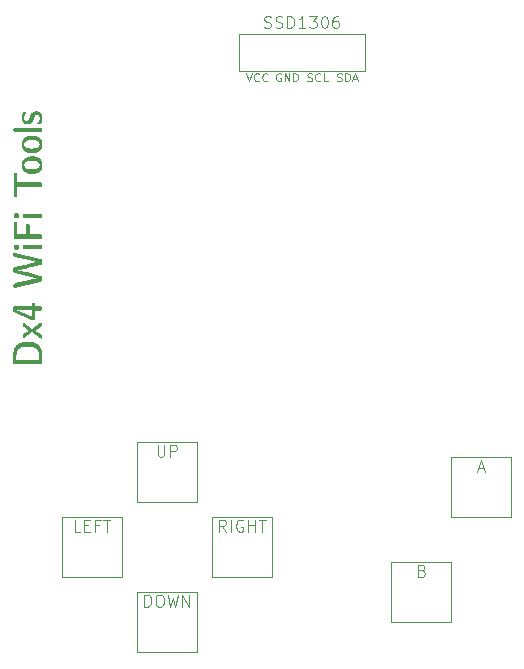
<source format=gbr>
%TF.GenerationSoftware,KiCad,Pcbnew,7.0.9+dfsg-1*%
%TF.CreationDate,2023-12-18T20:04:21+07:00*%
%TF.ProjectId,wifi,77696669-2e6b-4696-9361-645f70636258,rev?*%
%TF.SameCoordinates,Original*%
%TF.FileFunction,Legend,Top*%
%TF.FilePolarity,Positive*%
%FSLAX46Y46*%
G04 Gerber Fmt 4.6, Leading zero omitted, Abs format (unit mm)*
G04 Created by KiCad (PCBNEW 7.0.9+dfsg-1) date 2023-12-18 20:04:21*
%MOMM*%
%LPD*%
G01*
G04 APERTURE LIST*
%ADD10C,0.150000*%
%ADD11C,0.100000*%
G04 APERTURE END LIST*
D10*
G36*
X122871990Y-105734893D02*
G01*
X122902682Y-105735435D01*
X122933324Y-105736360D01*
X122963903Y-105737686D01*
X122994404Y-105739432D01*
X123024815Y-105741616D01*
X123055119Y-105744255D01*
X123085305Y-105747368D01*
X123115357Y-105750973D01*
X123145262Y-105755088D01*
X123175006Y-105759731D01*
X123204575Y-105764920D01*
X123233954Y-105770674D01*
X123263131Y-105777011D01*
X123292090Y-105783948D01*
X123320818Y-105791503D01*
X123349301Y-105799696D01*
X123377525Y-105808543D01*
X123405476Y-105818064D01*
X123433140Y-105828276D01*
X123460503Y-105839197D01*
X123487551Y-105850845D01*
X123514270Y-105863239D01*
X123540646Y-105876397D01*
X123566666Y-105890336D01*
X123592314Y-105905075D01*
X123617578Y-105920633D01*
X123642442Y-105937026D01*
X123666894Y-105954273D01*
X123690920Y-105972393D01*
X123714504Y-105991403D01*
X123737634Y-106011322D01*
X123758203Y-106029648D01*
X123777903Y-106048544D01*
X123796747Y-106067982D01*
X123814750Y-106087934D01*
X123831927Y-106108373D01*
X123848290Y-106129270D01*
X123863856Y-106150599D01*
X123878636Y-106172331D01*
X123892647Y-106194439D01*
X123905902Y-106216895D01*
X123918415Y-106239671D01*
X123930200Y-106262739D01*
X123941273Y-106286073D01*
X123951646Y-106309643D01*
X123961334Y-106333422D01*
X123970351Y-106357383D01*
X123978712Y-106381498D01*
X123986431Y-106405740D01*
X123993522Y-106430079D01*
X123999998Y-106454489D01*
X124005875Y-106478942D01*
X124011166Y-106503410D01*
X124015886Y-106527866D01*
X124020049Y-106552282D01*
X124023669Y-106576629D01*
X124026760Y-106600881D01*
X124031413Y-106648987D01*
X124034122Y-106696377D01*
X124035000Y-106742829D01*
X124035000Y-107509141D01*
X124034039Y-107542231D01*
X124030983Y-107570615D01*
X124023200Y-107601687D01*
X124010617Y-107625707D01*
X123992616Y-107643427D01*
X123968584Y-107655598D01*
X123937904Y-107662971D01*
X123910161Y-107665804D01*
X123878073Y-107666678D01*
X121769647Y-107666678D01*
X121736698Y-107665716D01*
X121708400Y-107662657D01*
X121677372Y-107654860D01*
X121653334Y-107642244D01*
X121635558Y-107624186D01*
X121623313Y-107600064D01*
X121615870Y-107569255D01*
X121612999Y-107541385D01*
X121612110Y-107509141D01*
X121612110Y-107250244D01*
X121874672Y-107250244D01*
X123773049Y-107250244D01*
X123773049Y-106858234D01*
X123771168Y-106793995D01*
X123765650Y-106733769D01*
X123756684Y-106677428D01*
X123744457Y-106624841D01*
X123729157Y-106575880D01*
X123710972Y-106530414D01*
X123690089Y-106488314D01*
X123666698Y-106449452D01*
X123640986Y-106413696D01*
X123613141Y-106380918D01*
X123583351Y-106350989D01*
X123551803Y-106323779D01*
X123518686Y-106299158D01*
X123484188Y-106276997D01*
X123448496Y-106257166D01*
X123411799Y-106239536D01*
X123374284Y-106223978D01*
X123336140Y-106210362D01*
X123297554Y-106198559D01*
X123258714Y-106188439D01*
X123219809Y-106179872D01*
X123181025Y-106172729D01*
X123142552Y-106166882D01*
X123104577Y-106162199D01*
X123067288Y-106158552D01*
X123030874Y-106155812D01*
X122995521Y-106153848D01*
X122961417Y-106152532D01*
X122928752Y-106151734D01*
X122897713Y-106151324D01*
X122868487Y-106151173D01*
X122841263Y-106151151D01*
X122813616Y-106151173D01*
X122783818Y-106151324D01*
X122752066Y-106151737D01*
X122718560Y-106152539D01*
X122683498Y-106153862D01*
X122647079Y-106155836D01*
X122609502Y-106158591D01*
X122570964Y-106162256D01*
X122531665Y-106166963D01*
X122491804Y-106172841D01*
X122451579Y-106180021D01*
X122411189Y-106188632D01*
X122370832Y-106198804D01*
X122330708Y-106210669D01*
X122291014Y-106224356D01*
X122251950Y-106239994D01*
X122213715Y-106257715D01*
X122176506Y-106277649D01*
X122140523Y-106299924D01*
X122105964Y-106324673D01*
X122073028Y-106352024D01*
X122041914Y-106382109D01*
X122012820Y-106415056D01*
X121985945Y-106450997D01*
X121961488Y-106490061D01*
X121939647Y-106532379D01*
X121920621Y-106578080D01*
X121904609Y-106627296D01*
X121891809Y-106680155D01*
X121882421Y-106736788D01*
X121876642Y-106797326D01*
X121874672Y-106861898D01*
X121874672Y-107250244D01*
X121612110Y-107250244D01*
X121612110Y-106746493D01*
X121612451Y-106717932D01*
X121613476Y-106689394D01*
X121615191Y-106660902D01*
X121617600Y-106632480D01*
X121620708Y-106604150D01*
X121624520Y-106575936D01*
X121629040Y-106547861D01*
X121634274Y-106519948D01*
X121640226Y-106492220D01*
X121646901Y-106464701D01*
X121654303Y-106437412D01*
X121662439Y-106410379D01*
X121671312Y-106383623D01*
X121680927Y-106357168D01*
X121691290Y-106331037D01*
X121702404Y-106305253D01*
X121714275Y-106279839D01*
X121726907Y-106254819D01*
X121740306Y-106230216D01*
X121754476Y-106206052D01*
X121769422Y-106182351D01*
X121785149Y-106159136D01*
X121801661Y-106136430D01*
X121818963Y-106114257D01*
X121837061Y-106092639D01*
X121855958Y-106071600D01*
X121875661Y-106051162D01*
X121896173Y-106031349D01*
X121917499Y-106012184D01*
X121939645Y-105993691D01*
X121962614Y-105975892D01*
X121986413Y-105958810D01*
X122007176Y-105944629D01*
X122028253Y-105930936D01*
X122049652Y-105917728D01*
X122071380Y-105905002D01*
X122093443Y-105892757D01*
X122115849Y-105880990D01*
X122138603Y-105869699D01*
X122161714Y-105858880D01*
X122185188Y-105848532D01*
X122209032Y-105838652D01*
X122233253Y-105829237D01*
X122257858Y-105820285D01*
X122282854Y-105811794D01*
X122308248Y-105803762D01*
X122334047Y-105796185D01*
X122360257Y-105789061D01*
X122386886Y-105782388D01*
X122413940Y-105776163D01*
X122441427Y-105770385D01*
X122469353Y-105765049D01*
X122497725Y-105760155D01*
X122526551Y-105755699D01*
X122555837Y-105751679D01*
X122585590Y-105748093D01*
X122615817Y-105744938D01*
X122646525Y-105742211D01*
X122677721Y-105739911D01*
X122709412Y-105738035D01*
X122741605Y-105736579D01*
X122774306Y-105735543D01*
X122807523Y-105734923D01*
X122841263Y-105734717D01*
X122871990Y-105734893D01*
G37*
G36*
X123966001Y-104103175D02*
G01*
X123940617Y-104107893D01*
X123917511Y-104120961D01*
X123903108Y-104131263D01*
X123186866Y-104649668D01*
X122529242Y-104187438D01*
X122508426Y-104173077D01*
X122485809Y-104162298D01*
X122466960Y-104159351D01*
X122437701Y-104163904D01*
X122414396Y-104179521D01*
X122401234Y-104203068D01*
X122395318Y-104231212D01*
X122393831Y-104255772D01*
X122393688Y-104274755D01*
X122393688Y-104359019D01*
X122393999Y-104383681D01*
X122395657Y-104411109D01*
X122400482Y-104438381D01*
X122411691Y-104464031D01*
X122430524Y-104485930D01*
X122453349Y-104504345D01*
X122470624Y-104516556D01*
X122901713Y-104799877D01*
X122466960Y-105097243D01*
X122443610Y-105113941D01*
X122422261Y-105132504D01*
X122407435Y-105154177D01*
X122399490Y-105178222D01*
X122395688Y-105203457D01*
X122393900Y-105235629D01*
X122393688Y-105254780D01*
X122393688Y-105339043D01*
X122394146Y-105367833D01*
X122396515Y-105392273D01*
X122404124Y-105419255D01*
X122419534Y-105440529D01*
X122445497Y-105452763D01*
X122463297Y-105454448D01*
X122487415Y-105449927D01*
X122510669Y-105438365D01*
X122529242Y-105426360D01*
X123186866Y-104950697D01*
X123896392Y-105447732D01*
X123918927Y-105462426D01*
X123941500Y-105472308D01*
X123966001Y-105475819D01*
X123993554Y-105471453D01*
X124015499Y-105456334D01*
X124027893Y-105433222D01*
X124033464Y-105405062D01*
X124034865Y-105379866D01*
X124035000Y-105359804D01*
X124035000Y-105276151D01*
X124034844Y-105249146D01*
X124033234Y-105219948D01*
X124028352Y-105194719D01*
X124018384Y-105172285D01*
X124001512Y-105151473D01*
X123981822Y-105135201D01*
X123955621Y-105118614D01*
X123416454Y-104799877D01*
X123958674Y-104464043D01*
X123980010Y-104449185D01*
X124000804Y-104431968D01*
X124018224Y-104410141D01*
X124028774Y-104383143D01*
X124033345Y-104353713D01*
X124034833Y-104323913D01*
X124035000Y-104306507D01*
X124035000Y-104222243D01*
X124034545Y-104193115D01*
X124032197Y-104168012D01*
X124024654Y-104140029D01*
X124009380Y-104117800D01*
X123983644Y-104104951D01*
X123966001Y-104103175D01*
G37*
G36*
X123343981Y-102467711D02*
G01*
X123375205Y-102472544D01*
X123400207Y-102481011D01*
X123425059Y-102497112D01*
X123441718Y-102517657D01*
X123451823Y-102541493D01*
X123457012Y-102567469D01*
X123458924Y-102594432D01*
X123459197Y-102621231D01*
X123459197Y-102747016D01*
X123882348Y-102747016D01*
X123913483Y-102747902D01*
X123940423Y-102750751D01*
X123970243Y-102758107D01*
X123993631Y-102770157D01*
X124011172Y-102787588D01*
X124023454Y-102811087D01*
X124031063Y-102841341D01*
X124034057Y-102868877D01*
X124035000Y-102900889D01*
X124035000Y-102960729D01*
X124033809Y-102995139D01*
X124030174Y-103024132D01*
X124021363Y-103055131D01*
X124007819Y-103078341D01*
X123989320Y-103094814D01*
X123965644Y-103105601D01*
X123936568Y-103111756D01*
X123911086Y-103113964D01*
X123882348Y-103114602D01*
X123459197Y-103114602D01*
X123459197Y-103789933D01*
X123457976Y-103824484D01*
X123454258Y-103853563D01*
X123445277Y-103884606D01*
X123431520Y-103907799D01*
X123412793Y-103924215D01*
X123388903Y-103934929D01*
X123359657Y-103941013D01*
X123334092Y-103943183D01*
X123305324Y-103943806D01*
X123241821Y-103943806D01*
X123231301Y-103943800D01*
X123202085Y-103943263D01*
X123174511Y-103939459D01*
X123150130Y-103930706D01*
X123126416Y-103919382D01*
X121696374Y-103230006D01*
X121675674Y-103219497D01*
X121653758Y-103206004D01*
X121634293Y-103188758D01*
X121620350Y-103165272D01*
X121614610Y-103141391D01*
X121612425Y-103111788D01*
X121612223Y-103093230D01*
X121927184Y-103093230D01*
X121936254Y-103094558D01*
X121961403Y-103100749D01*
X121985478Y-103108077D01*
X122013147Y-103117316D01*
X122043621Y-103128117D01*
X122076113Y-103140130D01*
X122109834Y-103153004D01*
X122132609Y-103161892D01*
X122166629Y-103175423D01*
X122199777Y-103188882D01*
X122231266Y-103201919D01*
X122268117Y-103217187D01*
X122305127Y-103232742D01*
X122342232Y-103248543D01*
X122379369Y-103264551D01*
X122416475Y-103280726D01*
X122453486Y-103297029D01*
X122490340Y-103313420D01*
X122526972Y-103329860D01*
X122563319Y-103346308D01*
X122599319Y-103362726D01*
X122634908Y-103379074D01*
X122670023Y-103395312D01*
X122704600Y-103411400D01*
X122738577Y-103427300D01*
X122771889Y-103442971D01*
X122804474Y-103458374D01*
X122836268Y-103473469D01*
X122867208Y-103488217D01*
X122897231Y-103502578D01*
X122926273Y-103516512D01*
X122954271Y-103529981D01*
X122981163Y-103542944D01*
X123006884Y-103555362D01*
X123031371Y-103567195D01*
X123076392Y-103588949D01*
X123115719Y-103607889D01*
X123148845Y-103623698D01*
X123175265Y-103636060D01*
X123175265Y-103093230D01*
X121927184Y-103093230D01*
X121612223Y-103093230D01*
X121612110Y-103082850D01*
X121612110Y-102900889D01*
X121613083Y-102868877D01*
X121616160Y-102841341D01*
X121623939Y-102811087D01*
X121636435Y-102787588D01*
X121654204Y-102770157D01*
X121677805Y-102758107D01*
X121707795Y-102750751D01*
X121734818Y-102747902D01*
X121765983Y-102747016D01*
X123175265Y-102747016D01*
X123175265Y-102621231D01*
X123175546Y-102593381D01*
X123177516Y-102565924D01*
X123182864Y-102539883D01*
X123193278Y-102516283D01*
X123210446Y-102496146D01*
X123236058Y-102480496D01*
X123261824Y-102472318D01*
X123294002Y-102467671D01*
X123319368Y-102466748D01*
X123343981Y-102467711D01*
G37*
G36*
X121703091Y-98188834D02*
G01*
X121673060Y-98192709D01*
X121650493Y-98203460D01*
X121631154Y-98224574D01*
X121619729Y-98251829D01*
X121614887Y-98276336D01*
X121612710Y-98301827D01*
X121612133Y-98326992D01*
X121612110Y-98339043D01*
X121612370Y-98369619D01*
X121614190Y-98400352D01*
X121619130Y-98430427D01*
X121628750Y-98459028D01*
X121644609Y-98485339D01*
X121661536Y-98503079D01*
X121683509Y-98518727D01*
X121711185Y-98531941D01*
X121745223Y-98542376D01*
X122893775Y-98815317D01*
X122936024Y-98825546D01*
X122981378Y-98836443D01*
X123029337Y-98847858D01*
X123054136Y-98853714D01*
X123079399Y-98859643D01*
X123105063Y-98865628D01*
X123131065Y-98871651D01*
X123157342Y-98877691D01*
X123183832Y-98883731D01*
X123210473Y-98889753D01*
X123237201Y-98895737D01*
X123263954Y-98901665D01*
X123290669Y-98907519D01*
X123317285Y-98913279D01*
X123343737Y-98918929D01*
X123369965Y-98924447D01*
X123395904Y-98929818D01*
X123421492Y-98935021D01*
X123446668Y-98940038D01*
X123471367Y-98944851D01*
X123495528Y-98949441D01*
X123541984Y-98957877D01*
X123585535Y-98965200D01*
X123625680Y-98971259D01*
X123661919Y-98975907D01*
X123661919Y-98979570D01*
X123622726Y-98985351D01*
X123581336Y-98992100D01*
X123537998Y-98999725D01*
X123492962Y-99008135D01*
X123446476Y-99017240D01*
X123398791Y-99026947D01*
X123374577Y-99031999D01*
X123350156Y-99037166D01*
X123325560Y-99042439D01*
X123300821Y-99047806D01*
X123275968Y-99053255D01*
X123251035Y-99058774D01*
X123226051Y-99064353D01*
X123201047Y-99069981D01*
X123176056Y-99075645D01*
X123151108Y-99081334D01*
X123126235Y-99087037D01*
X123101467Y-99092743D01*
X123076836Y-99098439D01*
X123052373Y-99104115D01*
X123028110Y-99109760D01*
X123004076Y-99115361D01*
X122956826Y-99126389D01*
X122910872Y-99137107D01*
X121748276Y-99413712D01*
X121724307Y-99420339D01*
X121693902Y-99432614D01*
X121669555Y-99447324D01*
X121650594Y-99464054D01*
X121632526Y-99488789D01*
X121621240Y-99515401D01*
X121615140Y-99542908D01*
X121612630Y-99570332D01*
X121612115Y-99596692D01*
X121612110Y-99603000D01*
X121612110Y-99753210D01*
X121612384Y-99781234D01*
X121614295Y-99809796D01*
X121619484Y-99838057D01*
X121629589Y-99865180D01*
X121646248Y-99890328D01*
X121664030Y-99907389D01*
X121687112Y-99922516D01*
X121716184Y-99935354D01*
X121751939Y-99945551D01*
X122757609Y-100183688D01*
X122791186Y-100191604D01*
X122825120Y-100199544D01*
X122859340Y-100207492D01*
X122893775Y-100215431D01*
X122928353Y-100223345D01*
X122963002Y-100231219D01*
X122997652Y-100239036D01*
X123032230Y-100246780D01*
X123066665Y-100254436D01*
X123100885Y-100261988D01*
X123134819Y-100269419D01*
X123168395Y-100276713D01*
X123201542Y-100283855D01*
X123234188Y-100290829D01*
X123266262Y-100297618D01*
X123297691Y-100304206D01*
X123328405Y-100310578D01*
X123358332Y-100316718D01*
X123387401Y-100322609D01*
X123415539Y-100328236D01*
X123442675Y-100333582D01*
X123468738Y-100338632D01*
X123493656Y-100343370D01*
X123539771Y-100351844D01*
X123580448Y-100358876D01*
X123615114Y-100364339D01*
X123643197Y-100368106D01*
X123654591Y-100369312D01*
X123654591Y-100372976D01*
X123621071Y-100376242D01*
X123584840Y-100380699D01*
X123546221Y-100386237D01*
X123505536Y-100392744D01*
X123463109Y-100400110D01*
X123419263Y-100408224D01*
X123374320Y-100416975D01*
X123328603Y-100426251D01*
X123282436Y-100435943D01*
X123236141Y-100445939D01*
X123190040Y-100456127D01*
X123144458Y-100466399D01*
X123099716Y-100476641D01*
X123056138Y-100486744D01*
X123014046Y-100496597D01*
X122973764Y-100506088D01*
X121745223Y-100796127D01*
X121711185Y-100806549D01*
X121683509Y-100819682D01*
X121661536Y-100835111D01*
X121639974Y-100858540D01*
X121625821Y-100884336D01*
X121617517Y-100911518D01*
X121613504Y-100939107D01*
X121612220Y-100966121D01*
X121612110Y-100985415D01*
X121612110Y-101058688D01*
X121612710Y-101088316D01*
X121615806Y-101116401D01*
X121623483Y-101144249D01*
X121637824Y-101168743D01*
X121660910Y-101186766D01*
X121687076Y-101194431D01*
X121703091Y-101195464D01*
X121727350Y-101191609D01*
X121751939Y-101185083D01*
X123899445Y-100666678D01*
X123923306Y-100660192D01*
X123953575Y-100648208D01*
X123977812Y-100633848D01*
X123996689Y-100617484D01*
X124014675Y-100593189D01*
X124025911Y-100566871D01*
X124031984Y-100539409D01*
X124034482Y-100511685D01*
X124034995Y-100484577D01*
X124035000Y-100478000D01*
X124035000Y-100327180D01*
X124034707Y-100298254D01*
X124032662Y-100269564D01*
X124027111Y-100241689D01*
X124016300Y-100215210D01*
X123998476Y-100190706D01*
X123979452Y-100173973D01*
X123954758Y-100158921D01*
X123923654Y-100145795D01*
X123898992Y-100138235D01*
X123885401Y-100134839D01*
X122750282Y-99865561D01*
X122714128Y-99856481D01*
X122681616Y-99848697D01*
X122641136Y-99839172D01*
X122593930Y-99828223D01*
X122568193Y-99822313D01*
X122541240Y-99816166D01*
X122513226Y-99809822D01*
X122484306Y-99803320D01*
X122454636Y-99796699D01*
X122424371Y-99789999D01*
X122393665Y-99783259D01*
X122362675Y-99776520D01*
X122331555Y-99769821D01*
X122300460Y-99763201D01*
X122269546Y-99756700D01*
X122238968Y-99750358D01*
X122208881Y-99744213D01*
X122179441Y-99738307D01*
X122150802Y-99732678D01*
X122123119Y-99727365D01*
X122096548Y-99722409D01*
X122071244Y-99717849D01*
X122025058Y-99710076D01*
X121985802Y-99704361D01*
X121985802Y-99700697D01*
X122025195Y-99694875D01*
X122067158Y-99688005D01*
X122111401Y-99680185D01*
X122157631Y-99671512D01*
X122205556Y-99662085D01*
X122230064Y-99657119D01*
X122254887Y-99652000D01*
X122279987Y-99646742D01*
X122305329Y-99641356D01*
X122330877Y-99635854D01*
X122356593Y-99630249D01*
X122382442Y-99624552D01*
X122408387Y-99618777D01*
X122434391Y-99612934D01*
X122460418Y-99607037D01*
X122486432Y-99601098D01*
X122512395Y-99595128D01*
X122538273Y-99589140D01*
X122564028Y-99583146D01*
X122589623Y-99577158D01*
X122615023Y-99571189D01*
X122640191Y-99565251D01*
X122665091Y-99559355D01*
X122689685Y-99553514D01*
X122713938Y-99547741D01*
X122737812Y-99542047D01*
X122761273Y-99536444D01*
X123892117Y-99266556D01*
X123917268Y-99259505D01*
X123949173Y-99247076D01*
X123974721Y-99232638D01*
X123994618Y-99216438D01*
X124013577Y-99192518D01*
X124025420Y-99166479D01*
X124031821Y-99138899D01*
X124034454Y-99110358D01*
X124034995Y-99081436D01*
X124035000Y-99074214D01*
X124035000Y-98906297D01*
X124034735Y-98879306D01*
X124032881Y-98851562D01*
X124027851Y-98823919D01*
X124018055Y-98797228D01*
X124001905Y-98772340D01*
X123977812Y-98750106D01*
X123953575Y-98735685D01*
X123923306Y-98723596D01*
X123899445Y-98717009D01*
X121751939Y-98199214D01*
X121727350Y-98192688D01*
X121703132Y-98188834D01*
X121703091Y-98188834D01*
G37*
G36*
X123882348Y-97546475D02*
G01*
X122546950Y-97546475D01*
X122518197Y-97547113D01*
X122492673Y-97549321D01*
X122463512Y-97555476D01*
X122439730Y-97566264D01*
X122421116Y-97582737D01*
X122407466Y-97605947D01*
X122398570Y-97636945D01*
X122394894Y-97665939D01*
X122393688Y-97700348D01*
X122393688Y-97766905D01*
X122394576Y-97799148D01*
X122397443Y-97827018D01*
X122404872Y-97857827D01*
X122417084Y-97881949D01*
X122434803Y-97900007D01*
X122458750Y-97912623D01*
X122489650Y-97920420D01*
X122517821Y-97923480D01*
X122550614Y-97924441D01*
X123878684Y-97924441D01*
X123910757Y-97923567D01*
X123938458Y-97920734D01*
X123969053Y-97913361D01*
X123992979Y-97901191D01*
X124010865Y-97883471D01*
X124023342Y-97859450D01*
X124031039Y-97828378D01*
X124034054Y-97799995D01*
X124035000Y-97766905D01*
X124035000Y-97700348D01*
X124034057Y-97668336D01*
X124031063Y-97640800D01*
X124023454Y-97610546D01*
X124011172Y-97587047D01*
X123993631Y-97569616D01*
X123970243Y-97557567D01*
X123940423Y-97550211D01*
X123913483Y-97547361D01*
X123882348Y-97546475D01*
G37*
G36*
X121916803Y-97518387D02*
G01*
X121832540Y-97518387D01*
X121797873Y-97519364D01*
X121768179Y-97522461D01*
X121743115Y-97527933D01*
X121716310Y-97539361D01*
X121696323Y-97556063D01*
X121682345Y-97578640D01*
X121673567Y-97607692D01*
X121669909Y-97634093D01*
X121668381Y-97664728D01*
X121668286Y-97675924D01*
X121668286Y-97791329D01*
X121669093Y-97822726D01*
X121671776Y-97850082D01*
X121678956Y-97880628D01*
X121691113Y-97904852D01*
X121709184Y-97923248D01*
X121734107Y-97936310D01*
X121757859Y-97942902D01*
X121786388Y-97946980D01*
X121820088Y-97948752D01*
X121832540Y-97948866D01*
X121916803Y-97948866D01*
X121949918Y-97947992D01*
X121978670Y-97945158D01*
X122003301Y-97940049D01*
X122030147Y-97929148D01*
X122050668Y-97912886D01*
X122065436Y-97890512D01*
X122075023Y-97861273D01*
X122079158Y-97834387D01*
X122080943Y-97802901D01*
X122081057Y-97791329D01*
X122081057Y-97675924D01*
X122080090Y-97643821D01*
X122076991Y-97616038D01*
X122069034Y-97585272D01*
X122056060Y-97561133D01*
X122037369Y-97543019D01*
X122012260Y-97530328D01*
X121980031Y-97522461D01*
X121950765Y-97519364D01*
X121916803Y-97518387D01*
G37*
G36*
X121780638Y-95605966D02*
G01*
X121754036Y-95606341D01*
X121729594Y-95607870D01*
X121700538Y-95612753D01*
X121675736Y-95622204D01*
X121655424Y-95637663D01*
X121639839Y-95660567D01*
X121631393Y-95683496D01*
X121625838Y-95712029D01*
X121623274Y-95746773D01*
X121623101Y-95759839D01*
X121623101Y-96911444D01*
X121623975Y-96943688D01*
X121626808Y-96971557D01*
X121634181Y-97002366D01*
X121646352Y-97026489D01*
X121664072Y-97044547D01*
X121688092Y-97057163D01*
X121719164Y-97064960D01*
X121747548Y-97068019D01*
X121780638Y-97068981D01*
X123879905Y-97068981D01*
X123911666Y-97068107D01*
X123939113Y-97065274D01*
X123969450Y-97057901D01*
X123993196Y-97045730D01*
X124010967Y-97028010D01*
X124023379Y-97003990D01*
X124031047Y-96972918D01*
X124034055Y-96944534D01*
X124035000Y-96911444D01*
X124035000Y-96796039D01*
X124034057Y-96763886D01*
X124031067Y-96736264D01*
X124023472Y-96705967D01*
X124011223Y-96682485D01*
X123993739Y-96665110D01*
X123970442Y-96653134D01*
X123940751Y-96645849D01*
X123913938Y-96643037D01*
X123882958Y-96642166D01*
X122979870Y-96642166D01*
X122979870Y-95896615D01*
X122979597Y-95869842D01*
X122977686Y-95842948D01*
X122972497Y-95817070D01*
X122962392Y-95793346D01*
X122945732Y-95772913D01*
X122920880Y-95756910D01*
X122895878Y-95748499D01*
X122864655Y-95743699D01*
X122840041Y-95742742D01*
X122814783Y-95743658D01*
X122782742Y-95748272D01*
X122757085Y-95756395D01*
X122731581Y-95771947D01*
X122714485Y-95791972D01*
X122704116Y-95815460D01*
X122698791Y-95841403D01*
X122696829Y-95868791D01*
X122696549Y-95896615D01*
X122696549Y-96642166D01*
X121927184Y-96642166D01*
X121927184Y-96502337D01*
X121938175Y-95784263D01*
X121938045Y-95753199D01*
X121937136Y-95724955D01*
X121934670Y-95699583D01*
X121927612Y-95670309D01*
X121914555Y-95646354D01*
X121893651Y-95627839D01*
X121863055Y-95614886D01*
X121832637Y-95608894D01*
X121794950Y-95606150D01*
X121780638Y-95605966D01*
G37*
G36*
X123882348Y-94893998D02*
G01*
X122546950Y-94893998D01*
X122518197Y-94894636D01*
X122492673Y-94896844D01*
X122463512Y-94902998D01*
X122439730Y-94913786D01*
X122421116Y-94930259D01*
X122407466Y-94953469D01*
X122398570Y-94984468D01*
X122394894Y-95013461D01*
X122393688Y-95047871D01*
X122393688Y-95114427D01*
X122394576Y-95146671D01*
X122397443Y-95174541D01*
X122404872Y-95205350D01*
X122417084Y-95229472D01*
X122434803Y-95247530D01*
X122458750Y-95260146D01*
X122489650Y-95267943D01*
X122517821Y-95271002D01*
X122550614Y-95271964D01*
X123878684Y-95271964D01*
X123910757Y-95271090D01*
X123938458Y-95268257D01*
X123969053Y-95260884D01*
X123992979Y-95248713D01*
X124010865Y-95230993D01*
X124023342Y-95206973D01*
X124031039Y-95175901D01*
X124034054Y-95147517D01*
X124035000Y-95114427D01*
X124035000Y-95047871D01*
X124034057Y-95015859D01*
X124031063Y-94988323D01*
X124023454Y-94958069D01*
X124011172Y-94934570D01*
X123993631Y-94917139D01*
X123970243Y-94905089D01*
X123940423Y-94897733D01*
X123913483Y-94894884D01*
X123882348Y-94893998D01*
G37*
G36*
X121916803Y-94865910D02*
G01*
X121832540Y-94865910D01*
X121797873Y-94866886D01*
X121768179Y-94869983D01*
X121743115Y-94875455D01*
X121716310Y-94886884D01*
X121696323Y-94903586D01*
X121682345Y-94926162D01*
X121673567Y-94955215D01*
X121669909Y-94981615D01*
X121668381Y-95012250D01*
X121668286Y-95023447D01*
X121668286Y-95138852D01*
X121669093Y-95170249D01*
X121671776Y-95197604D01*
X121678956Y-95228151D01*
X121691113Y-95252375D01*
X121709184Y-95270771D01*
X121734107Y-95283832D01*
X121757859Y-95290425D01*
X121786388Y-95294503D01*
X121820088Y-95296274D01*
X121832540Y-95296388D01*
X121916803Y-95296388D01*
X121949918Y-95295514D01*
X121978670Y-95292681D01*
X122003301Y-95287572D01*
X122030147Y-95276671D01*
X122050668Y-95260409D01*
X122065436Y-95238034D01*
X122075023Y-95208796D01*
X122079158Y-95181910D01*
X122080943Y-95150424D01*
X122081057Y-95138852D01*
X122081057Y-95023447D01*
X122080090Y-94991344D01*
X122076991Y-94963560D01*
X122069034Y-94932795D01*
X122056060Y-94908656D01*
X122037369Y-94890541D01*
X122012260Y-94877851D01*
X121980031Y-94869983D01*
X121950765Y-94866886D01*
X121916803Y-94865910D01*
G37*
G36*
X121791018Y-91459333D02*
G01*
X121764416Y-91459723D01*
X121739975Y-91461293D01*
X121710919Y-91466261D01*
X121686117Y-91475820D01*
X121665805Y-91491392D01*
X121650219Y-91514403D01*
X121641773Y-91537399D01*
X121636219Y-91565981D01*
X121633655Y-91600749D01*
X121633482Y-91613817D01*
X121633482Y-93314968D01*
X121634356Y-93347071D01*
X121637189Y-93374855D01*
X121644562Y-93405620D01*
X121656732Y-93429759D01*
X121674452Y-93447874D01*
X121698472Y-93460564D01*
X121729545Y-93468431D01*
X121757928Y-93471529D01*
X121791018Y-93472505D01*
X121826365Y-93471362D01*
X121856120Y-93467808D01*
X121880745Y-93461651D01*
X121906397Y-93449065D01*
X121924845Y-93431065D01*
X121937184Y-93407199D01*
X121944509Y-93377016D01*
X121947371Y-93349962D01*
X121948490Y-93318912D01*
X121948555Y-93307641D01*
X121938175Y-92677494D01*
X123878073Y-92677494D01*
X123910161Y-92676620D01*
X123937904Y-92673787D01*
X123968584Y-92666414D01*
X123992616Y-92654244D01*
X124010617Y-92636524D01*
X124023200Y-92612504D01*
X124030983Y-92581431D01*
X124034039Y-92553048D01*
X124035000Y-92519958D01*
X124035000Y-92404553D01*
X124034042Y-92372541D01*
X124031007Y-92345004D01*
X124023312Y-92314751D01*
X124010923Y-92291252D01*
X123993268Y-92273821D01*
X123969774Y-92261771D01*
X123939869Y-92254415D01*
X123912888Y-92251565D01*
X123881737Y-92250680D01*
X121938175Y-92250680D01*
X121948555Y-91620533D01*
X121947842Y-91588340D01*
X121945424Y-91560309D01*
X121940884Y-91536222D01*
X121930812Y-91509866D01*
X121915242Y-91489621D01*
X121893184Y-91474972D01*
X121863653Y-91465403D01*
X121836005Y-91461251D01*
X121803182Y-91459449D01*
X121791018Y-91459333D01*
G37*
G36*
X123231764Y-90047036D02*
G01*
X123261669Y-90047423D01*
X123294488Y-90048426D01*
X123329896Y-90050283D01*
X123367563Y-90053234D01*
X123407163Y-90057517D01*
X123448369Y-90063371D01*
X123490853Y-90071036D01*
X123534288Y-90080748D01*
X123578347Y-90092749D01*
X123622701Y-90107276D01*
X123667024Y-90124568D01*
X123710988Y-90144864D01*
X123732734Y-90156213D01*
X123754267Y-90168402D01*
X123775546Y-90181462D01*
X123796532Y-90195423D01*
X123817182Y-90210313D01*
X123837456Y-90226163D01*
X123857313Y-90243004D01*
X123889130Y-90273371D01*
X123917818Y-90305247D01*
X123943526Y-90338412D01*
X123966402Y-90372643D01*
X123986594Y-90407719D01*
X124004252Y-90443416D01*
X124019524Y-90479515D01*
X124032557Y-90515792D01*
X124043501Y-90552027D01*
X124052504Y-90587997D01*
X124059715Y-90623480D01*
X124065282Y-90658255D01*
X124069353Y-90692099D01*
X124072077Y-90724792D01*
X124073603Y-90756110D01*
X124074078Y-90785833D01*
X124072991Y-90831806D01*
X124069785Y-90876498D01*
X124064547Y-90919856D01*
X124057363Y-90961831D01*
X124048318Y-91002372D01*
X124037499Y-91041426D01*
X124024991Y-91078944D01*
X124010881Y-91114874D01*
X123995253Y-91149166D01*
X123978194Y-91181768D01*
X123959790Y-91212629D01*
X123940126Y-91241699D01*
X123919289Y-91268927D01*
X123897365Y-91294260D01*
X123874438Y-91317650D01*
X123850596Y-91339043D01*
X123812795Y-91367586D01*
X123774127Y-91393100D01*
X123734730Y-91415751D01*
X123694739Y-91435701D01*
X123654290Y-91453114D01*
X123613518Y-91468155D01*
X123572561Y-91480986D01*
X123531554Y-91491772D01*
X123490633Y-91500675D01*
X123449933Y-91507861D01*
X123409591Y-91513492D01*
X123369743Y-91517732D01*
X123330525Y-91520745D01*
X123292072Y-91522694D01*
X123254521Y-91523744D01*
X123218007Y-91524057D01*
X123176492Y-91523632D01*
X123134668Y-91522282D01*
X123092627Y-91519900D01*
X123050462Y-91516377D01*
X123008265Y-91511606D01*
X122966128Y-91505478D01*
X122924143Y-91497885D01*
X122882402Y-91488719D01*
X122840998Y-91477871D01*
X122800022Y-91465233D01*
X122759566Y-91450697D01*
X122719723Y-91434155D01*
X122680585Y-91415499D01*
X122642244Y-91394619D01*
X122604792Y-91371409D01*
X122568321Y-91345760D01*
X122534289Y-91318542D01*
X122503113Y-91289444D01*
X122474702Y-91258646D01*
X122448967Y-91226329D01*
X122425814Y-91192675D01*
X122405153Y-91157862D01*
X122386893Y-91122074D01*
X122370942Y-91085489D01*
X122357210Y-91048289D01*
X122345605Y-91010654D01*
X122336035Y-90972765D01*
X122328410Y-90934802D01*
X122322638Y-90896948D01*
X122318628Y-90859381D01*
X122316289Y-90822282D01*
X122315530Y-90785833D01*
X122539623Y-90785833D01*
X122540772Y-90817620D01*
X122544152Y-90847421D01*
X122549660Y-90875300D01*
X122557194Y-90901320D01*
X122566653Y-90925548D01*
X122577933Y-90948045D01*
X122605549Y-90988107D01*
X122639226Y-91022018D01*
X122678147Y-91050292D01*
X122699318Y-91062475D01*
X122721493Y-91073441D01*
X122744571Y-91083253D01*
X122768448Y-91091977D01*
X122793022Y-91099675D01*
X122818193Y-91106412D01*
X122843856Y-91112253D01*
X122869911Y-91117261D01*
X122896255Y-91121500D01*
X122922785Y-91125034D01*
X122949400Y-91127927D01*
X122975997Y-91130244D01*
X123002474Y-91132049D01*
X123028729Y-91133405D01*
X123054660Y-91134377D01*
X123080165Y-91135028D01*
X123129486Y-91135626D01*
X123175875Y-91135711D01*
X123222456Y-91135626D01*
X123247032Y-91135423D01*
X123272320Y-91135028D01*
X123298212Y-91134377D01*
X123324599Y-91133405D01*
X123351373Y-91132049D01*
X123378425Y-91130244D01*
X123405647Y-91127927D01*
X123432931Y-91125034D01*
X123460168Y-91121500D01*
X123487249Y-91117261D01*
X123514067Y-91112253D01*
X123540512Y-91106412D01*
X123566476Y-91099675D01*
X123591851Y-91091977D01*
X123616529Y-91083253D01*
X123640400Y-91073441D01*
X123663357Y-91062475D01*
X123685291Y-91050292D01*
X123706093Y-91036828D01*
X123725656Y-91022018D01*
X123760627Y-90988107D01*
X123775819Y-90968877D01*
X123789337Y-90948045D01*
X123801073Y-90925548D01*
X123810919Y-90901320D01*
X123818765Y-90875300D01*
X123824504Y-90847421D01*
X123828027Y-90817620D01*
X123829225Y-90785833D01*
X123828027Y-90754047D01*
X123824504Y-90724246D01*
X123818764Y-90696367D01*
X123810917Y-90670346D01*
X123801071Y-90646119D01*
X123789333Y-90623622D01*
X123775813Y-90602790D01*
X123760617Y-90583560D01*
X123725637Y-90549649D01*
X123706069Y-90534839D01*
X123685259Y-90521375D01*
X123663316Y-90509192D01*
X123640349Y-90498226D01*
X123616466Y-90488414D01*
X123591775Y-90479690D01*
X123566385Y-90471992D01*
X123540403Y-90465254D01*
X123513939Y-90459414D01*
X123487100Y-90454406D01*
X123459995Y-90450167D01*
X123432733Y-90446633D01*
X123405421Y-90443739D01*
X123378168Y-90441422D01*
X123351082Y-90439618D01*
X123324271Y-90438262D01*
X123297845Y-90437290D01*
X123271911Y-90436639D01*
X123246578Y-90436244D01*
X123221953Y-90436041D01*
X123175384Y-90435956D01*
X123153421Y-90435966D01*
X123105987Y-90436244D01*
X123081217Y-90436639D01*
X123055883Y-90437290D01*
X123030090Y-90438262D01*
X123003942Y-90439618D01*
X122977542Y-90441422D01*
X122950997Y-90443739D01*
X122924408Y-90446633D01*
X122897882Y-90450167D01*
X122871521Y-90454406D01*
X122845430Y-90459414D01*
X122819714Y-90465254D01*
X122794477Y-90471992D01*
X122769822Y-90479690D01*
X122745854Y-90488414D01*
X122722677Y-90498226D01*
X122700395Y-90509192D01*
X122658935Y-90534839D01*
X122622306Y-90565868D01*
X122591343Y-90602790D01*
X122578247Y-90623622D01*
X122566879Y-90646119D01*
X122557345Y-90670346D01*
X122549748Y-90696367D01*
X122544192Y-90724246D01*
X122540782Y-90754047D01*
X122539623Y-90785833D01*
X122315530Y-90785833D01*
X122316167Y-90751854D01*
X122318163Y-90716900D01*
X122321648Y-90681158D01*
X122326750Y-90644812D01*
X122333598Y-90608047D01*
X122342320Y-90571049D01*
X122353046Y-90534002D01*
X122365905Y-90497093D01*
X122381025Y-90460505D01*
X122398534Y-90424424D01*
X122418563Y-90389036D01*
X122441239Y-90354525D01*
X122466691Y-90321077D01*
X122495048Y-90288877D01*
X122526440Y-90258109D01*
X122560994Y-90228960D01*
X122580832Y-90213986D01*
X122601055Y-90199848D01*
X122642520Y-90173982D01*
X122685114Y-90151174D01*
X122728567Y-90131234D01*
X122772607Y-90113974D01*
X122816962Y-90099205D01*
X122861360Y-90086738D01*
X122905529Y-90076384D01*
X122949197Y-90067956D01*
X122992092Y-90061263D01*
X123033943Y-90056118D01*
X123074476Y-90052332D01*
X123113422Y-90049716D01*
X123150506Y-90048080D01*
X123185459Y-90047238D01*
X123218007Y-90046999D01*
X123231764Y-90047036D01*
G37*
G36*
X123231764Y-88293372D02*
G01*
X123261669Y-88293759D01*
X123294488Y-88294762D01*
X123329896Y-88296620D01*
X123367563Y-88299570D01*
X123407163Y-88303854D01*
X123448369Y-88309708D01*
X123490853Y-88317372D01*
X123534288Y-88327085D01*
X123578347Y-88339085D01*
X123622701Y-88353612D01*
X123667024Y-88370904D01*
X123710988Y-88391200D01*
X123732734Y-88402549D01*
X123754267Y-88414739D01*
X123775546Y-88427799D01*
X123796532Y-88441759D01*
X123817182Y-88456649D01*
X123837456Y-88472500D01*
X123857313Y-88489340D01*
X123889130Y-88519707D01*
X123917818Y-88551584D01*
X123943526Y-88584749D01*
X123966402Y-88618980D01*
X123986594Y-88654055D01*
X124004252Y-88689753D01*
X124019524Y-88725851D01*
X124032557Y-88762129D01*
X124043501Y-88798363D01*
X124052504Y-88834333D01*
X124059715Y-88869816D01*
X124065282Y-88904591D01*
X124069353Y-88938436D01*
X124072077Y-88971128D01*
X124073603Y-89002447D01*
X124074078Y-89032170D01*
X124072991Y-89078143D01*
X124069785Y-89122834D01*
X124064547Y-89166193D01*
X124057363Y-89208168D01*
X124048318Y-89248708D01*
X124037499Y-89287763D01*
X124024991Y-89325280D01*
X124010881Y-89361211D01*
X123995253Y-89395502D01*
X123978194Y-89428104D01*
X123959790Y-89458966D01*
X123940126Y-89488036D01*
X123919289Y-89515263D01*
X123897365Y-89540597D01*
X123874438Y-89563986D01*
X123850596Y-89585380D01*
X123812795Y-89613922D01*
X123774127Y-89639436D01*
X123734730Y-89662087D01*
X123694739Y-89682037D01*
X123654290Y-89699451D01*
X123613518Y-89714491D01*
X123572561Y-89727322D01*
X123531554Y-89738108D01*
X123490633Y-89747012D01*
X123449933Y-89754197D01*
X123409591Y-89759828D01*
X123369743Y-89764068D01*
X123330525Y-89767081D01*
X123292072Y-89769031D01*
X123254521Y-89770080D01*
X123218007Y-89770394D01*
X123176492Y-89769968D01*
X123134668Y-89768618D01*
X123092627Y-89766236D01*
X123050462Y-89762713D01*
X123008265Y-89757942D01*
X122966128Y-89751814D01*
X122924143Y-89744221D01*
X122882402Y-89735055D01*
X122840998Y-89724207D01*
X122800022Y-89711569D01*
X122759566Y-89697033D01*
X122719723Y-89680491D01*
X122680585Y-89661835D01*
X122642244Y-89640956D01*
X122604792Y-89617746D01*
X122568321Y-89592096D01*
X122534289Y-89564878D01*
X122503113Y-89535780D01*
X122474702Y-89504982D01*
X122448967Y-89472666D01*
X122425814Y-89439011D01*
X122405153Y-89404199D01*
X122386893Y-89368410D01*
X122370942Y-89331825D01*
X122357210Y-89294625D01*
X122345605Y-89256990D01*
X122336035Y-89219101D01*
X122328410Y-89181139D01*
X122322638Y-89143284D01*
X122318628Y-89105717D01*
X122316289Y-89068619D01*
X122315530Y-89032170D01*
X122539623Y-89032170D01*
X122540772Y-89063956D01*
X122544152Y-89093757D01*
X122549660Y-89121636D01*
X122557194Y-89147657D01*
X122566653Y-89171884D01*
X122577933Y-89194381D01*
X122605549Y-89234443D01*
X122639226Y-89268354D01*
X122678147Y-89296628D01*
X122699318Y-89308811D01*
X122721493Y-89319777D01*
X122744571Y-89329589D01*
X122768448Y-89338313D01*
X122793022Y-89346011D01*
X122818193Y-89352749D01*
X122843856Y-89358589D01*
X122869911Y-89363597D01*
X122896255Y-89367836D01*
X122922785Y-89371370D01*
X122949400Y-89374264D01*
X122975997Y-89376581D01*
X123002474Y-89378385D01*
X123028729Y-89379741D01*
X123054660Y-89380713D01*
X123080165Y-89381364D01*
X123129486Y-89381962D01*
X123175875Y-89382048D01*
X123222456Y-89381962D01*
X123247032Y-89381759D01*
X123272320Y-89381364D01*
X123298212Y-89380713D01*
X123324599Y-89379741D01*
X123351373Y-89378385D01*
X123378425Y-89376581D01*
X123405647Y-89374264D01*
X123432931Y-89371370D01*
X123460168Y-89367836D01*
X123487249Y-89363597D01*
X123514067Y-89358589D01*
X123540512Y-89352749D01*
X123566476Y-89346011D01*
X123591851Y-89338313D01*
X123616529Y-89329589D01*
X123640400Y-89319777D01*
X123663357Y-89308811D01*
X123685291Y-89296628D01*
X123706093Y-89283164D01*
X123725656Y-89268354D01*
X123760627Y-89234443D01*
X123775819Y-89215213D01*
X123789337Y-89194381D01*
X123801073Y-89171884D01*
X123810919Y-89147657D01*
X123818765Y-89121636D01*
X123824504Y-89093757D01*
X123828027Y-89063956D01*
X123829225Y-89032170D01*
X123828027Y-89000383D01*
X123824504Y-88970582D01*
X123818764Y-88942704D01*
X123810917Y-88916683D01*
X123801071Y-88892456D01*
X123789333Y-88869958D01*
X123775813Y-88849127D01*
X123760617Y-88829897D01*
X123725637Y-88795985D01*
X123706069Y-88781176D01*
X123685259Y-88767711D01*
X123663316Y-88755528D01*
X123640349Y-88744563D01*
X123616466Y-88734750D01*
X123591775Y-88726027D01*
X123566385Y-88718328D01*
X123540403Y-88711591D01*
X123513939Y-88705750D01*
X123487100Y-88700742D01*
X123459995Y-88696504D01*
X123432733Y-88692969D01*
X123405421Y-88690076D01*
X123378168Y-88687759D01*
X123351082Y-88685954D01*
X123324271Y-88684598D01*
X123297845Y-88683627D01*
X123271911Y-88682975D01*
X123246578Y-88682580D01*
X123221953Y-88682377D01*
X123175394Y-88682292D01*
X123153421Y-88682303D01*
X123105987Y-88682580D01*
X123081217Y-88682975D01*
X123055883Y-88683627D01*
X123030090Y-88684598D01*
X123003942Y-88685954D01*
X122977542Y-88687759D01*
X122950997Y-88690076D01*
X122924408Y-88692969D01*
X122897882Y-88696504D01*
X122871521Y-88700742D01*
X122845430Y-88705750D01*
X122819714Y-88711591D01*
X122794477Y-88718328D01*
X122769822Y-88726027D01*
X122745854Y-88734750D01*
X122722677Y-88744563D01*
X122700395Y-88755528D01*
X122658935Y-88781176D01*
X122622306Y-88812204D01*
X122591343Y-88849127D01*
X122578247Y-88869958D01*
X122566879Y-88892456D01*
X122557345Y-88916683D01*
X122549748Y-88942704D01*
X122544192Y-88970582D01*
X122540782Y-89000383D01*
X122539623Y-89032170D01*
X122315530Y-89032170D01*
X122316167Y-88998190D01*
X122318163Y-88963237D01*
X122321648Y-88927494D01*
X122326750Y-88891148D01*
X122333598Y-88854383D01*
X122342320Y-88817385D01*
X122353046Y-88780339D01*
X122365905Y-88743429D01*
X122381025Y-88706841D01*
X122398534Y-88670761D01*
X122418563Y-88635372D01*
X122441239Y-88600862D01*
X122466691Y-88567414D01*
X122495048Y-88535213D01*
X122526440Y-88504446D01*
X122560994Y-88475296D01*
X122580832Y-88460323D01*
X122601055Y-88446184D01*
X122642520Y-88420319D01*
X122685114Y-88397510D01*
X122728567Y-88377570D01*
X122772607Y-88360310D01*
X122816962Y-88345541D01*
X122861360Y-88333074D01*
X122905529Y-88322721D01*
X122949197Y-88314292D01*
X122992092Y-88307600D01*
X123033943Y-88302455D01*
X123074476Y-88298668D01*
X123113422Y-88296052D01*
X123150506Y-88294417D01*
X123185459Y-88293574D01*
X123218007Y-88293335D01*
X123231764Y-88293372D01*
G37*
G36*
X123881737Y-87630216D02*
G01*
X121765983Y-87630216D01*
X121737215Y-87630853D01*
X121711650Y-87633062D01*
X121682404Y-87639216D01*
X121658515Y-87650004D01*
X121639788Y-87666477D01*
X121626030Y-87689687D01*
X121617049Y-87720686D01*
X121613332Y-87749679D01*
X121612110Y-87784089D01*
X121612110Y-87850645D01*
X121612999Y-87882889D01*
X121615870Y-87910758D01*
X121623313Y-87941567D01*
X121635558Y-87965690D01*
X121653334Y-87983748D01*
X121677372Y-87996364D01*
X121708400Y-88004161D01*
X121736698Y-88007220D01*
X121769647Y-88008182D01*
X123878073Y-88008182D01*
X123910161Y-88007308D01*
X123937904Y-88004475D01*
X123968584Y-87997102D01*
X123992616Y-87984931D01*
X124010617Y-87967211D01*
X124023200Y-87943191D01*
X124030983Y-87912119D01*
X124034039Y-87883735D01*
X124035000Y-87850645D01*
X124035000Y-87784089D01*
X124034042Y-87752077D01*
X124031007Y-87724540D01*
X124023312Y-87694287D01*
X124010923Y-87670788D01*
X123993268Y-87653357D01*
X123969774Y-87641307D01*
X123939869Y-87633951D01*
X123912888Y-87631101D01*
X123881737Y-87630216D01*
G37*
G36*
X123536744Y-86239253D02*
G01*
X123511876Y-86239747D01*
X123487204Y-86241234D01*
X123462754Y-86243717D01*
X123438551Y-86247200D01*
X123402764Y-86254312D01*
X123367673Y-86263701D01*
X123333364Y-86275383D01*
X123299919Y-86289371D01*
X123267425Y-86305683D01*
X123235965Y-86324331D01*
X123215608Y-86338070D01*
X123195773Y-86352858D01*
X123176486Y-86368702D01*
X123152129Y-86391594D01*
X123130235Y-86414281D01*
X123110634Y-86436817D01*
X123093157Y-86459253D01*
X123077633Y-86481642D01*
X123063893Y-86504038D01*
X123051767Y-86526493D01*
X123041084Y-86549060D01*
X123031675Y-86571791D01*
X123019577Y-86606312D01*
X123009389Y-86641500D01*
X123003375Y-86665417D01*
X122997786Y-86689763D01*
X122992450Y-86714590D01*
X122987198Y-86739951D01*
X122980712Y-86768490D01*
X122974153Y-86796303D01*
X122967290Y-86823236D01*
X122959892Y-86849135D01*
X122951729Y-86873846D01*
X122942569Y-86897215D01*
X122926455Y-86929417D01*
X122906802Y-86957735D01*
X122882830Y-86981650D01*
X122853761Y-87000642D01*
X122831165Y-87010312D01*
X122805726Y-87017410D01*
X122777214Y-87021781D01*
X122745397Y-87023272D01*
X122716345Y-87022259D01*
X122689809Y-87019260D01*
X122665701Y-87014337D01*
X122633896Y-87003475D01*
X122607055Y-86988625D01*
X122584880Y-86969991D01*
X122567070Y-86947779D01*
X122553327Y-86922195D01*
X122543353Y-86893442D01*
X122536849Y-86861727D01*
X122533515Y-86827255D01*
X122532906Y-86802843D01*
X122534051Y-86762731D01*
X122537341Y-86725009D01*
X122542562Y-86689603D01*
X122549497Y-86656441D01*
X122557932Y-86625450D01*
X122567650Y-86596559D01*
X122578436Y-86569695D01*
X122590074Y-86544785D01*
X122602349Y-86521757D01*
X122615046Y-86500539D01*
X122634409Y-86471946D01*
X122653507Y-86447016D01*
X122671614Y-86425505D01*
X122688000Y-86407170D01*
X122702655Y-86386791D01*
X122706318Y-86368702D01*
X122698089Y-86344790D01*
X122674417Y-86333270D01*
X122647114Y-86326907D01*
X122622800Y-86322374D01*
X122608621Y-86319853D01*
X122580972Y-86312945D01*
X122555952Y-86307887D01*
X122529305Y-86302996D01*
X122504636Y-86298888D01*
X122480291Y-86295622D01*
X122476730Y-86295429D01*
X122452666Y-86300098D01*
X122435646Y-86320592D01*
X122422050Y-86345392D01*
X122410174Y-86368702D01*
X122395000Y-86399415D01*
X122380806Y-86430676D01*
X122367706Y-86462870D01*
X122355810Y-86496385D01*
X122345230Y-86531607D01*
X122338963Y-86556226D01*
X122333364Y-86581891D01*
X122328465Y-86608715D01*
X122324301Y-86636812D01*
X122320903Y-86666298D01*
X122318306Y-86697286D01*
X122316542Y-86729892D01*
X122315644Y-86764229D01*
X122315530Y-86782083D01*
X122320809Y-86822183D01*
X122327164Y-86864636D01*
X122335141Y-86908760D01*
X122345287Y-86953873D01*
X122358149Y-86999294D01*
X122374273Y-87044341D01*
X122394206Y-87088332D01*
X122418493Y-87130587D01*
X122432441Y-87150849D01*
X122447683Y-87170422D01*
X122464286Y-87189220D01*
X122482320Y-87207158D01*
X122501852Y-87224150D01*
X122522952Y-87240112D01*
X122545686Y-87254958D01*
X122570124Y-87268603D01*
X122596334Y-87280961D01*
X122624385Y-87291949D01*
X122654344Y-87301479D01*
X122686279Y-87309468D01*
X122720260Y-87315830D01*
X122756354Y-87320480D01*
X122794630Y-87323332D01*
X122835157Y-87324302D01*
X122872622Y-87323214D01*
X122908229Y-87320028D01*
X122942027Y-87314861D01*
X122974064Y-87307828D01*
X123004388Y-87299048D01*
X123033048Y-87288636D01*
X123060093Y-87276709D01*
X123085572Y-87263384D01*
X123109533Y-87248777D01*
X123132025Y-87233005D01*
X123153096Y-87216184D01*
X123172795Y-87198432D01*
X123191171Y-87179864D01*
X123208272Y-87160598D01*
X123224147Y-87140749D01*
X123238844Y-87120435D01*
X123252413Y-87099772D01*
X123276359Y-87057867D01*
X123296373Y-87015965D01*
X123312845Y-86975000D01*
X123326163Y-86935906D01*
X123336717Y-86899614D01*
X123344896Y-86867057D01*
X123351089Y-86839169D01*
X123353562Y-86827267D01*
X123359448Y-86801505D01*
X123365588Y-86775666D01*
X123372222Y-86749993D01*
X123379589Y-86724724D01*
X123387929Y-86700098D01*
X123397483Y-86676357D01*
X123408489Y-86653739D01*
X123421187Y-86632484D01*
X123435817Y-86612832D01*
X123452619Y-86595022D01*
X123471832Y-86579295D01*
X123493696Y-86565889D01*
X123518452Y-86555046D01*
X123546337Y-86547004D01*
X123577593Y-86542002D01*
X123612459Y-86540282D01*
X123650229Y-86541992D01*
X123683578Y-86546921D01*
X123712781Y-86554768D01*
X123738111Y-86565231D01*
X123759841Y-86578009D01*
X123786287Y-86600857D01*
X123806174Y-86627217D01*
X123820427Y-86656073D01*
X123829968Y-86686408D01*
X123835721Y-86717203D01*
X123838611Y-86747441D01*
X123839560Y-86776106D01*
X123839605Y-86785136D01*
X123838799Y-86816269D01*
X123836051Y-86850342D01*
X123830870Y-86886977D01*
X123825822Y-86912637D01*
X123819328Y-86939156D01*
X123811242Y-86966422D01*
X123801418Y-86994324D01*
X123789711Y-87022750D01*
X123775976Y-87051588D01*
X123760065Y-87080725D01*
X123741834Y-87110051D01*
X123721136Y-87139454D01*
X123697826Y-87168821D01*
X123671758Y-87198041D01*
X123657644Y-87212561D01*
X123639436Y-87231740D01*
X123625173Y-87252263D01*
X123622840Y-87268126D01*
X123631938Y-87292739D01*
X123654009Y-87305048D01*
X123664972Y-87306594D01*
X123693505Y-87314246D01*
X123722502Y-87320360D01*
X123747480Y-87325283D01*
X123773497Y-87330195D01*
X123798995Y-87334823D01*
X123829492Y-87340082D01*
X123856796Y-87344286D01*
X123864640Y-87345062D01*
X123889177Y-87337606D01*
X123913012Y-87317470D01*
X123930144Y-87296062D01*
X123946416Y-87270818D01*
X123961631Y-87243151D01*
X123975587Y-87214473D01*
X123988086Y-87186199D01*
X123998929Y-87159739D01*
X124007917Y-87136507D01*
X124014849Y-87117916D01*
X124025275Y-87087431D01*
X124034400Y-87057848D01*
X124042309Y-87029238D01*
X124049091Y-87001672D01*
X124054832Y-86975223D01*
X124059618Y-86949961D01*
X124065198Y-86914453D01*
X124069119Y-86882019D01*
X124071673Y-86852903D01*
X124073153Y-86827344D01*
X124073963Y-86799218D01*
X124074078Y-86778419D01*
X124073546Y-86745122D01*
X124071951Y-86712894D01*
X124069298Y-86681735D01*
X124065591Y-86651643D01*
X124060833Y-86622617D01*
X124055028Y-86594658D01*
X124048181Y-86567763D01*
X124040295Y-86541933D01*
X124031374Y-86517166D01*
X124021422Y-86493462D01*
X124010443Y-86470820D01*
X123998441Y-86449238D01*
X123971383Y-86409257D01*
X123940279Y-86373510D01*
X123905161Y-86341992D01*
X123866060Y-86314697D01*
X123823008Y-86291619D01*
X123800010Y-86281659D01*
X123776035Y-86272750D01*
X123751089Y-86264893D01*
X123725173Y-86258086D01*
X123698294Y-86252328D01*
X123670454Y-86247619D01*
X123641657Y-86243958D01*
X123611908Y-86241343D01*
X123581210Y-86239775D01*
X123549567Y-86239253D01*
X123536744Y-86239253D01*
G37*
D11*
X133834286Y-114467419D02*
X133834286Y-115276942D01*
X133834286Y-115276942D02*
X133881905Y-115372180D01*
X133881905Y-115372180D02*
X133929524Y-115419800D01*
X133929524Y-115419800D02*
X134024762Y-115467419D01*
X134024762Y-115467419D02*
X134215238Y-115467419D01*
X134215238Y-115467419D02*
X134310476Y-115419800D01*
X134310476Y-115419800D02*
X134358095Y-115372180D01*
X134358095Y-115372180D02*
X134405714Y-115276942D01*
X134405714Y-115276942D02*
X134405714Y-114467419D01*
X134881905Y-115467419D02*
X134881905Y-114467419D01*
X134881905Y-114467419D02*
X135262857Y-114467419D01*
X135262857Y-114467419D02*
X135358095Y-114515038D01*
X135358095Y-114515038D02*
X135405714Y-114562657D01*
X135405714Y-114562657D02*
X135453333Y-114657895D01*
X135453333Y-114657895D02*
X135453333Y-114800752D01*
X135453333Y-114800752D02*
X135405714Y-114895990D01*
X135405714Y-114895990D02*
X135358095Y-114943609D01*
X135358095Y-114943609D02*
X135262857Y-114991228D01*
X135262857Y-114991228D02*
X134881905Y-114991228D01*
X156221428Y-125103609D02*
X156364285Y-125151228D01*
X156364285Y-125151228D02*
X156411904Y-125198847D01*
X156411904Y-125198847D02*
X156459523Y-125294085D01*
X156459523Y-125294085D02*
X156459523Y-125436942D01*
X156459523Y-125436942D02*
X156411904Y-125532180D01*
X156411904Y-125532180D02*
X156364285Y-125579800D01*
X156364285Y-125579800D02*
X156269047Y-125627419D01*
X156269047Y-125627419D02*
X155888095Y-125627419D01*
X155888095Y-125627419D02*
X155888095Y-124627419D01*
X155888095Y-124627419D02*
X156221428Y-124627419D01*
X156221428Y-124627419D02*
X156316666Y-124675038D01*
X156316666Y-124675038D02*
X156364285Y-124722657D01*
X156364285Y-124722657D02*
X156411904Y-124817895D01*
X156411904Y-124817895D02*
X156411904Y-124913133D01*
X156411904Y-124913133D02*
X156364285Y-125008371D01*
X156364285Y-125008371D02*
X156316666Y-125055990D01*
X156316666Y-125055990D02*
X156221428Y-125103609D01*
X156221428Y-125103609D02*
X155888095Y-125103609D01*
X142853333Y-79119800D02*
X142996190Y-79167419D01*
X142996190Y-79167419D02*
X143234285Y-79167419D01*
X143234285Y-79167419D02*
X143329523Y-79119800D01*
X143329523Y-79119800D02*
X143377142Y-79072180D01*
X143377142Y-79072180D02*
X143424761Y-78976942D01*
X143424761Y-78976942D02*
X143424761Y-78881704D01*
X143424761Y-78881704D02*
X143377142Y-78786466D01*
X143377142Y-78786466D02*
X143329523Y-78738847D01*
X143329523Y-78738847D02*
X143234285Y-78691228D01*
X143234285Y-78691228D02*
X143043809Y-78643609D01*
X143043809Y-78643609D02*
X142948571Y-78595990D01*
X142948571Y-78595990D02*
X142900952Y-78548371D01*
X142900952Y-78548371D02*
X142853333Y-78453133D01*
X142853333Y-78453133D02*
X142853333Y-78357895D01*
X142853333Y-78357895D02*
X142900952Y-78262657D01*
X142900952Y-78262657D02*
X142948571Y-78215038D01*
X142948571Y-78215038D02*
X143043809Y-78167419D01*
X143043809Y-78167419D02*
X143281904Y-78167419D01*
X143281904Y-78167419D02*
X143424761Y-78215038D01*
X143805714Y-79119800D02*
X143948571Y-79167419D01*
X143948571Y-79167419D02*
X144186666Y-79167419D01*
X144186666Y-79167419D02*
X144281904Y-79119800D01*
X144281904Y-79119800D02*
X144329523Y-79072180D01*
X144329523Y-79072180D02*
X144377142Y-78976942D01*
X144377142Y-78976942D02*
X144377142Y-78881704D01*
X144377142Y-78881704D02*
X144329523Y-78786466D01*
X144329523Y-78786466D02*
X144281904Y-78738847D01*
X144281904Y-78738847D02*
X144186666Y-78691228D01*
X144186666Y-78691228D02*
X143996190Y-78643609D01*
X143996190Y-78643609D02*
X143900952Y-78595990D01*
X143900952Y-78595990D02*
X143853333Y-78548371D01*
X143853333Y-78548371D02*
X143805714Y-78453133D01*
X143805714Y-78453133D02*
X143805714Y-78357895D01*
X143805714Y-78357895D02*
X143853333Y-78262657D01*
X143853333Y-78262657D02*
X143900952Y-78215038D01*
X143900952Y-78215038D02*
X143996190Y-78167419D01*
X143996190Y-78167419D02*
X144234285Y-78167419D01*
X144234285Y-78167419D02*
X144377142Y-78215038D01*
X144805714Y-79167419D02*
X144805714Y-78167419D01*
X144805714Y-78167419D02*
X145043809Y-78167419D01*
X145043809Y-78167419D02*
X145186666Y-78215038D01*
X145186666Y-78215038D02*
X145281904Y-78310276D01*
X145281904Y-78310276D02*
X145329523Y-78405514D01*
X145329523Y-78405514D02*
X145377142Y-78595990D01*
X145377142Y-78595990D02*
X145377142Y-78738847D01*
X145377142Y-78738847D02*
X145329523Y-78929323D01*
X145329523Y-78929323D02*
X145281904Y-79024561D01*
X145281904Y-79024561D02*
X145186666Y-79119800D01*
X145186666Y-79119800D02*
X145043809Y-79167419D01*
X145043809Y-79167419D02*
X144805714Y-79167419D01*
X146329523Y-79167419D02*
X145758095Y-79167419D01*
X146043809Y-79167419D02*
X146043809Y-78167419D01*
X146043809Y-78167419D02*
X145948571Y-78310276D01*
X145948571Y-78310276D02*
X145853333Y-78405514D01*
X145853333Y-78405514D02*
X145758095Y-78453133D01*
X146662857Y-78167419D02*
X147281904Y-78167419D01*
X147281904Y-78167419D02*
X146948571Y-78548371D01*
X146948571Y-78548371D02*
X147091428Y-78548371D01*
X147091428Y-78548371D02*
X147186666Y-78595990D01*
X147186666Y-78595990D02*
X147234285Y-78643609D01*
X147234285Y-78643609D02*
X147281904Y-78738847D01*
X147281904Y-78738847D02*
X147281904Y-78976942D01*
X147281904Y-78976942D02*
X147234285Y-79072180D01*
X147234285Y-79072180D02*
X147186666Y-79119800D01*
X147186666Y-79119800D02*
X147091428Y-79167419D01*
X147091428Y-79167419D02*
X146805714Y-79167419D01*
X146805714Y-79167419D02*
X146710476Y-79119800D01*
X146710476Y-79119800D02*
X146662857Y-79072180D01*
X147900952Y-78167419D02*
X147996190Y-78167419D01*
X147996190Y-78167419D02*
X148091428Y-78215038D01*
X148091428Y-78215038D02*
X148139047Y-78262657D01*
X148139047Y-78262657D02*
X148186666Y-78357895D01*
X148186666Y-78357895D02*
X148234285Y-78548371D01*
X148234285Y-78548371D02*
X148234285Y-78786466D01*
X148234285Y-78786466D02*
X148186666Y-78976942D01*
X148186666Y-78976942D02*
X148139047Y-79072180D01*
X148139047Y-79072180D02*
X148091428Y-79119800D01*
X148091428Y-79119800D02*
X147996190Y-79167419D01*
X147996190Y-79167419D02*
X147900952Y-79167419D01*
X147900952Y-79167419D02*
X147805714Y-79119800D01*
X147805714Y-79119800D02*
X147758095Y-79072180D01*
X147758095Y-79072180D02*
X147710476Y-78976942D01*
X147710476Y-78976942D02*
X147662857Y-78786466D01*
X147662857Y-78786466D02*
X147662857Y-78548371D01*
X147662857Y-78548371D02*
X147710476Y-78357895D01*
X147710476Y-78357895D02*
X147758095Y-78262657D01*
X147758095Y-78262657D02*
X147805714Y-78215038D01*
X147805714Y-78215038D02*
X147900952Y-78167419D01*
X149091428Y-78167419D02*
X148900952Y-78167419D01*
X148900952Y-78167419D02*
X148805714Y-78215038D01*
X148805714Y-78215038D02*
X148758095Y-78262657D01*
X148758095Y-78262657D02*
X148662857Y-78405514D01*
X148662857Y-78405514D02*
X148615238Y-78595990D01*
X148615238Y-78595990D02*
X148615238Y-78976942D01*
X148615238Y-78976942D02*
X148662857Y-79072180D01*
X148662857Y-79072180D02*
X148710476Y-79119800D01*
X148710476Y-79119800D02*
X148805714Y-79167419D01*
X148805714Y-79167419D02*
X148996190Y-79167419D01*
X148996190Y-79167419D02*
X149091428Y-79119800D01*
X149091428Y-79119800D02*
X149139047Y-79072180D01*
X149139047Y-79072180D02*
X149186666Y-78976942D01*
X149186666Y-78976942D02*
X149186666Y-78738847D01*
X149186666Y-78738847D02*
X149139047Y-78643609D01*
X149139047Y-78643609D02*
X149091428Y-78595990D01*
X149091428Y-78595990D02*
X148996190Y-78548371D01*
X148996190Y-78548371D02*
X148805714Y-78548371D01*
X148805714Y-78548371D02*
X148710476Y-78595990D01*
X148710476Y-78595990D02*
X148662857Y-78643609D01*
X148662857Y-78643609D02*
X148615238Y-78738847D01*
X141306666Y-82999133D02*
X141540000Y-83699133D01*
X141540000Y-83699133D02*
X141773333Y-82999133D01*
X142406666Y-83632466D02*
X142373333Y-83665800D01*
X142373333Y-83665800D02*
X142273333Y-83699133D01*
X142273333Y-83699133D02*
X142206666Y-83699133D01*
X142206666Y-83699133D02*
X142106666Y-83665800D01*
X142106666Y-83665800D02*
X142040000Y-83599133D01*
X142040000Y-83599133D02*
X142006666Y-83532466D01*
X142006666Y-83532466D02*
X141973333Y-83399133D01*
X141973333Y-83399133D02*
X141973333Y-83299133D01*
X141973333Y-83299133D02*
X142006666Y-83165800D01*
X142006666Y-83165800D02*
X142040000Y-83099133D01*
X142040000Y-83099133D02*
X142106666Y-83032466D01*
X142106666Y-83032466D02*
X142206666Y-82999133D01*
X142206666Y-82999133D02*
X142273333Y-82999133D01*
X142273333Y-82999133D02*
X142373333Y-83032466D01*
X142373333Y-83032466D02*
X142406666Y-83065800D01*
X143106666Y-83632466D02*
X143073333Y-83665800D01*
X143073333Y-83665800D02*
X142973333Y-83699133D01*
X142973333Y-83699133D02*
X142906666Y-83699133D01*
X142906666Y-83699133D02*
X142806666Y-83665800D01*
X142806666Y-83665800D02*
X142740000Y-83599133D01*
X142740000Y-83599133D02*
X142706666Y-83532466D01*
X142706666Y-83532466D02*
X142673333Y-83399133D01*
X142673333Y-83399133D02*
X142673333Y-83299133D01*
X142673333Y-83299133D02*
X142706666Y-83165800D01*
X142706666Y-83165800D02*
X142740000Y-83099133D01*
X142740000Y-83099133D02*
X142806666Y-83032466D01*
X142806666Y-83032466D02*
X142906666Y-82999133D01*
X142906666Y-82999133D02*
X142973333Y-82999133D01*
X142973333Y-82999133D02*
X143073333Y-83032466D01*
X143073333Y-83032466D02*
X143106666Y-83065800D01*
X149010000Y-83665800D02*
X149110000Y-83699133D01*
X149110000Y-83699133D02*
X149276667Y-83699133D01*
X149276667Y-83699133D02*
X149343333Y-83665800D01*
X149343333Y-83665800D02*
X149376667Y-83632466D01*
X149376667Y-83632466D02*
X149410000Y-83565800D01*
X149410000Y-83565800D02*
X149410000Y-83499133D01*
X149410000Y-83499133D02*
X149376667Y-83432466D01*
X149376667Y-83432466D02*
X149343333Y-83399133D01*
X149343333Y-83399133D02*
X149276667Y-83365800D01*
X149276667Y-83365800D02*
X149143333Y-83332466D01*
X149143333Y-83332466D02*
X149076667Y-83299133D01*
X149076667Y-83299133D02*
X149043333Y-83265800D01*
X149043333Y-83265800D02*
X149010000Y-83199133D01*
X149010000Y-83199133D02*
X149010000Y-83132466D01*
X149010000Y-83132466D02*
X149043333Y-83065800D01*
X149043333Y-83065800D02*
X149076667Y-83032466D01*
X149076667Y-83032466D02*
X149143333Y-82999133D01*
X149143333Y-82999133D02*
X149310000Y-82999133D01*
X149310000Y-82999133D02*
X149410000Y-83032466D01*
X149710000Y-83699133D02*
X149710000Y-82999133D01*
X149710000Y-82999133D02*
X149876667Y-82999133D01*
X149876667Y-82999133D02*
X149976667Y-83032466D01*
X149976667Y-83032466D02*
X150043334Y-83099133D01*
X150043334Y-83099133D02*
X150076667Y-83165800D01*
X150076667Y-83165800D02*
X150110000Y-83299133D01*
X150110000Y-83299133D02*
X150110000Y-83399133D01*
X150110000Y-83399133D02*
X150076667Y-83532466D01*
X150076667Y-83532466D02*
X150043334Y-83599133D01*
X150043334Y-83599133D02*
X149976667Y-83665800D01*
X149976667Y-83665800D02*
X149876667Y-83699133D01*
X149876667Y-83699133D02*
X149710000Y-83699133D01*
X150376667Y-83499133D02*
X150710000Y-83499133D01*
X150310000Y-83699133D02*
X150543334Y-82999133D01*
X150543334Y-82999133D02*
X150776667Y-83699133D01*
X144246667Y-83032466D02*
X144180000Y-82999133D01*
X144180000Y-82999133D02*
X144080000Y-82999133D01*
X144080000Y-82999133D02*
X143980000Y-83032466D01*
X143980000Y-83032466D02*
X143913334Y-83099133D01*
X143913334Y-83099133D02*
X143880000Y-83165800D01*
X143880000Y-83165800D02*
X143846667Y-83299133D01*
X143846667Y-83299133D02*
X143846667Y-83399133D01*
X143846667Y-83399133D02*
X143880000Y-83532466D01*
X143880000Y-83532466D02*
X143913334Y-83599133D01*
X143913334Y-83599133D02*
X143980000Y-83665800D01*
X143980000Y-83665800D02*
X144080000Y-83699133D01*
X144080000Y-83699133D02*
X144146667Y-83699133D01*
X144146667Y-83699133D02*
X144246667Y-83665800D01*
X144246667Y-83665800D02*
X144280000Y-83632466D01*
X144280000Y-83632466D02*
X144280000Y-83399133D01*
X144280000Y-83399133D02*
X144146667Y-83399133D01*
X144580000Y-83699133D02*
X144580000Y-82999133D01*
X144580000Y-82999133D02*
X144980000Y-83699133D01*
X144980000Y-83699133D02*
X144980000Y-82999133D01*
X145313333Y-83699133D02*
X145313333Y-82999133D01*
X145313333Y-82999133D02*
X145480000Y-82999133D01*
X145480000Y-82999133D02*
X145580000Y-83032466D01*
X145580000Y-83032466D02*
X145646667Y-83099133D01*
X145646667Y-83099133D02*
X145680000Y-83165800D01*
X145680000Y-83165800D02*
X145713333Y-83299133D01*
X145713333Y-83299133D02*
X145713333Y-83399133D01*
X145713333Y-83399133D02*
X145680000Y-83532466D01*
X145680000Y-83532466D02*
X145646667Y-83599133D01*
X145646667Y-83599133D02*
X145580000Y-83665800D01*
X145580000Y-83665800D02*
X145480000Y-83699133D01*
X145480000Y-83699133D02*
X145313333Y-83699133D01*
X146486666Y-83665800D02*
X146586666Y-83699133D01*
X146586666Y-83699133D02*
X146753333Y-83699133D01*
X146753333Y-83699133D02*
X146819999Y-83665800D01*
X146819999Y-83665800D02*
X146853333Y-83632466D01*
X146853333Y-83632466D02*
X146886666Y-83565800D01*
X146886666Y-83565800D02*
X146886666Y-83499133D01*
X146886666Y-83499133D02*
X146853333Y-83432466D01*
X146853333Y-83432466D02*
X146819999Y-83399133D01*
X146819999Y-83399133D02*
X146753333Y-83365800D01*
X146753333Y-83365800D02*
X146619999Y-83332466D01*
X146619999Y-83332466D02*
X146553333Y-83299133D01*
X146553333Y-83299133D02*
X146519999Y-83265800D01*
X146519999Y-83265800D02*
X146486666Y-83199133D01*
X146486666Y-83199133D02*
X146486666Y-83132466D01*
X146486666Y-83132466D02*
X146519999Y-83065800D01*
X146519999Y-83065800D02*
X146553333Y-83032466D01*
X146553333Y-83032466D02*
X146619999Y-82999133D01*
X146619999Y-82999133D02*
X146786666Y-82999133D01*
X146786666Y-82999133D02*
X146886666Y-83032466D01*
X147586666Y-83632466D02*
X147553333Y-83665800D01*
X147553333Y-83665800D02*
X147453333Y-83699133D01*
X147453333Y-83699133D02*
X147386666Y-83699133D01*
X147386666Y-83699133D02*
X147286666Y-83665800D01*
X147286666Y-83665800D02*
X147220000Y-83599133D01*
X147220000Y-83599133D02*
X147186666Y-83532466D01*
X147186666Y-83532466D02*
X147153333Y-83399133D01*
X147153333Y-83399133D02*
X147153333Y-83299133D01*
X147153333Y-83299133D02*
X147186666Y-83165800D01*
X147186666Y-83165800D02*
X147220000Y-83099133D01*
X147220000Y-83099133D02*
X147286666Y-83032466D01*
X147286666Y-83032466D02*
X147386666Y-82999133D01*
X147386666Y-82999133D02*
X147453333Y-82999133D01*
X147453333Y-82999133D02*
X147553333Y-83032466D01*
X147553333Y-83032466D02*
X147586666Y-83065800D01*
X148220000Y-83699133D02*
X147886666Y-83699133D01*
X147886666Y-83699133D02*
X147886666Y-82999133D01*
X139606666Y-121817419D02*
X139273333Y-121341228D01*
X139035238Y-121817419D02*
X139035238Y-120817419D01*
X139035238Y-120817419D02*
X139416190Y-120817419D01*
X139416190Y-120817419D02*
X139511428Y-120865038D01*
X139511428Y-120865038D02*
X139559047Y-120912657D01*
X139559047Y-120912657D02*
X139606666Y-121007895D01*
X139606666Y-121007895D02*
X139606666Y-121150752D01*
X139606666Y-121150752D02*
X139559047Y-121245990D01*
X139559047Y-121245990D02*
X139511428Y-121293609D01*
X139511428Y-121293609D02*
X139416190Y-121341228D01*
X139416190Y-121341228D02*
X139035238Y-121341228D01*
X140035238Y-121817419D02*
X140035238Y-120817419D01*
X141035237Y-120865038D02*
X140939999Y-120817419D01*
X140939999Y-120817419D02*
X140797142Y-120817419D01*
X140797142Y-120817419D02*
X140654285Y-120865038D01*
X140654285Y-120865038D02*
X140559047Y-120960276D01*
X140559047Y-120960276D02*
X140511428Y-121055514D01*
X140511428Y-121055514D02*
X140463809Y-121245990D01*
X140463809Y-121245990D02*
X140463809Y-121388847D01*
X140463809Y-121388847D02*
X140511428Y-121579323D01*
X140511428Y-121579323D02*
X140559047Y-121674561D01*
X140559047Y-121674561D02*
X140654285Y-121769800D01*
X140654285Y-121769800D02*
X140797142Y-121817419D01*
X140797142Y-121817419D02*
X140892380Y-121817419D01*
X140892380Y-121817419D02*
X141035237Y-121769800D01*
X141035237Y-121769800D02*
X141082856Y-121722180D01*
X141082856Y-121722180D02*
X141082856Y-121388847D01*
X141082856Y-121388847D02*
X140892380Y-121388847D01*
X141511428Y-121817419D02*
X141511428Y-120817419D01*
X141511428Y-121293609D02*
X142082856Y-121293609D01*
X142082856Y-121817419D02*
X142082856Y-120817419D01*
X142416190Y-120817419D02*
X142987618Y-120817419D01*
X142701904Y-121817419D02*
X142701904Y-120817419D01*
X132709048Y-128167419D02*
X132709048Y-127167419D01*
X132709048Y-127167419D02*
X132947143Y-127167419D01*
X132947143Y-127167419D02*
X133090000Y-127215038D01*
X133090000Y-127215038D02*
X133185238Y-127310276D01*
X133185238Y-127310276D02*
X133232857Y-127405514D01*
X133232857Y-127405514D02*
X133280476Y-127595990D01*
X133280476Y-127595990D02*
X133280476Y-127738847D01*
X133280476Y-127738847D02*
X133232857Y-127929323D01*
X133232857Y-127929323D02*
X133185238Y-128024561D01*
X133185238Y-128024561D02*
X133090000Y-128119800D01*
X133090000Y-128119800D02*
X132947143Y-128167419D01*
X132947143Y-128167419D02*
X132709048Y-128167419D01*
X133899524Y-127167419D02*
X134090000Y-127167419D01*
X134090000Y-127167419D02*
X134185238Y-127215038D01*
X134185238Y-127215038D02*
X134280476Y-127310276D01*
X134280476Y-127310276D02*
X134328095Y-127500752D01*
X134328095Y-127500752D02*
X134328095Y-127834085D01*
X134328095Y-127834085D02*
X134280476Y-128024561D01*
X134280476Y-128024561D02*
X134185238Y-128119800D01*
X134185238Y-128119800D02*
X134090000Y-128167419D01*
X134090000Y-128167419D02*
X133899524Y-128167419D01*
X133899524Y-128167419D02*
X133804286Y-128119800D01*
X133804286Y-128119800D02*
X133709048Y-128024561D01*
X133709048Y-128024561D02*
X133661429Y-127834085D01*
X133661429Y-127834085D02*
X133661429Y-127500752D01*
X133661429Y-127500752D02*
X133709048Y-127310276D01*
X133709048Y-127310276D02*
X133804286Y-127215038D01*
X133804286Y-127215038D02*
X133899524Y-127167419D01*
X134661429Y-127167419D02*
X134899524Y-128167419D01*
X134899524Y-128167419D02*
X135090000Y-127453133D01*
X135090000Y-127453133D02*
X135280476Y-128167419D01*
X135280476Y-128167419D02*
X135518572Y-127167419D01*
X135899524Y-128167419D02*
X135899524Y-127167419D01*
X135899524Y-127167419D02*
X136470952Y-128167419D01*
X136470952Y-128167419D02*
X136470952Y-127167419D01*
X160991905Y-116451704D02*
X161468095Y-116451704D01*
X160896667Y-116737419D02*
X161230000Y-115737419D01*
X161230000Y-115737419D02*
X161563333Y-116737419D01*
X127287618Y-121817419D02*
X126811428Y-121817419D01*
X126811428Y-121817419D02*
X126811428Y-120817419D01*
X127620952Y-121293609D02*
X127954285Y-121293609D01*
X128097142Y-121817419D02*
X127620952Y-121817419D01*
X127620952Y-121817419D02*
X127620952Y-120817419D01*
X127620952Y-120817419D02*
X128097142Y-120817419D01*
X128859047Y-121293609D02*
X128525714Y-121293609D01*
X128525714Y-121817419D02*
X128525714Y-120817419D01*
X128525714Y-120817419D02*
X129001904Y-120817419D01*
X129240000Y-120817419D02*
X129811428Y-120817419D01*
X129525714Y-121817419D02*
X129525714Y-120817419D01*
%TO.C,UP*%
X132080000Y-114270000D02*
X137160000Y-114270000D01*
X132080000Y-119350000D02*
X132080000Y-114270000D01*
X137160000Y-114270000D02*
X137160000Y-119350000D01*
X137160000Y-119350000D02*
X132080000Y-119350000D01*
%TO.C,B*%
X153610000Y-124430000D02*
X158690000Y-124430000D01*
X153610000Y-129510000D02*
X153610000Y-124430000D01*
X158690000Y-124430000D02*
X158690000Y-129510000D01*
X158690000Y-129510000D02*
X153610000Y-129510000D01*
%TO.C,SSD1306*%
X140700000Y-79710000D02*
X151400000Y-79710000D01*
X140700000Y-82790000D02*
X140700000Y-79710000D01*
X151400000Y-79710000D02*
X151400000Y-82790000D01*
X151400000Y-82790000D02*
X140700000Y-82790000D01*
%TO.C,RIGHT*%
X138400000Y-120620000D02*
X143480000Y-120620000D01*
X138400000Y-125700000D02*
X138400000Y-120620000D01*
X143480000Y-120620000D02*
X143480000Y-125700000D01*
X143480000Y-125700000D02*
X138400000Y-125700000D01*
%TO.C,DOWN*%
X132050000Y-126970000D02*
X137130000Y-126970000D01*
X132050000Y-132050000D02*
X132050000Y-126970000D01*
X137130000Y-126970000D02*
X137130000Y-132050000D01*
X137130000Y-132050000D02*
X132050000Y-132050000D01*
%TO.C,A*%
X158690000Y-115540000D02*
X163770000Y-115540000D01*
X158690000Y-120620000D02*
X158690000Y-115540000D01*
X163770000Y-115540000D02*
X163770000Y-120620000D01*
X163770000Y-120620000D02*
X158690000Y-120620000D01*
%TO.C,LEFT*%
X125700000Y-120620000D02*
X130780000Y-120620000D01*
X125700000Y-125700000D02*
X125700000Y-120620000D01*
X130780000Y-120620000D02*
X130780000Y-125700000D01*
X130780000Y-125700000D02*
X125700000Y-125700000D01*
%TD*%
M02*

</source>
